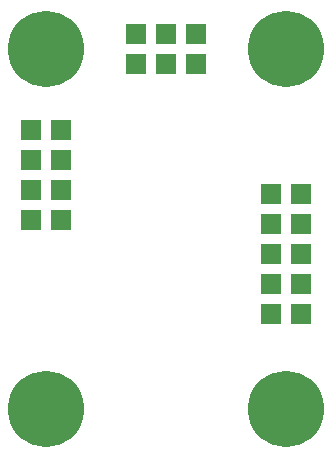
<source format=gbr>
G75*
G70*
%OFA0B0*%
%FSLAX24Y24*%
%IPPOS*%
%LPD*%
%AMOC8*
5,1,8,0,0,1.08239X$1,22.5*
%
%ADD10R,0.0650X0.0650*%
%ADD11C,0.2540*%
D10*
X002110Y009385D03*
X002110Y010385D03*
X002110Y011385D03*
X002110Y012385D03*
X003110Y012385D03*
X003110Y011385D03*
X003110Y010385D03*
X003110Y009385D03*
X005610Y014585D03*
X005610Y015585D03*
X006610Y015585D03*
X006610Y014585D03*
X007610Y014585D03*
X007610Y015585D03*
X010110Y010260D03*
X010110Y009260D03*
X010110Y008260D03*
X010110Y007260D03*
X010110Y006260D03*
X011110Y006260D03*
X011110Y007260D03*
X011110Y008260D03*
X011110Y009260D03*
X011110Y010260D03*
D11*
X002610Y003085D03*
X010610Y003085D03*
X010610Y015085D03*
X002610Y015085D03*
M02*

</source>
